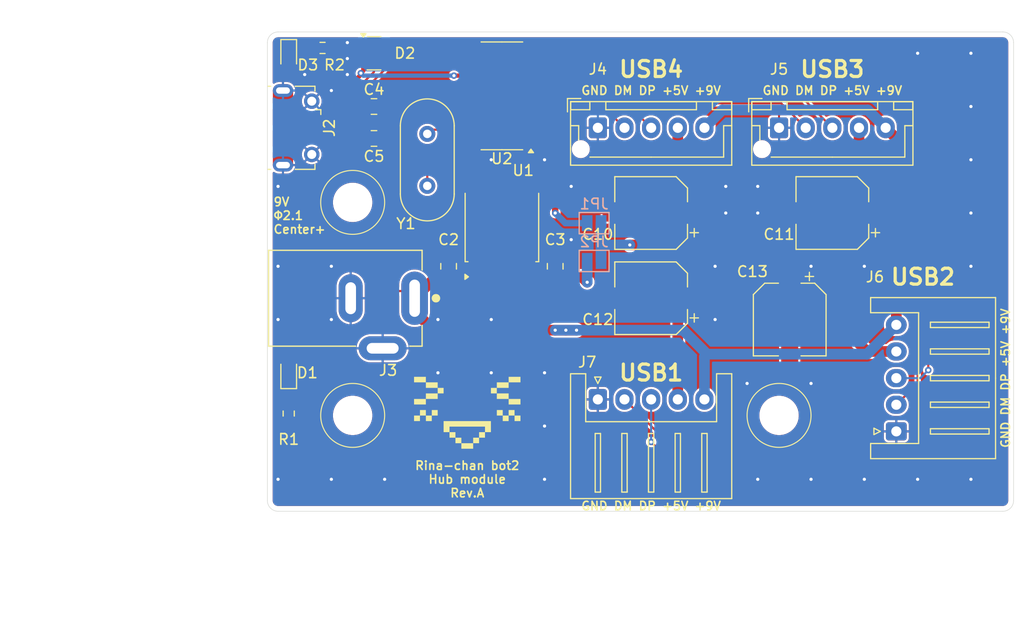
<source format=kicad_pcb>
(kicad_pcb (version 20240108) (generator "pcbnew") (generator_version "8.0")
  (layers (0 "F.Cu" signal) (31 "B.Cu" signal) (34 "B.Paste" user) (35 "F.Paste" user) (36 "B.SilkS" user "B.Silkscreen") (37 "F.SilkS" user "F.Silkscreen") (38 "B.Mask" user) (39 "F.Mask" user) (44 "Edge.Cuts" user))
  (net 0 "")
  (net 1 "GND")
  (net 2 "Net-(D1-K)")
  (net 3 "+9V")
  (net 4 "VBUS")
  (net 5 "/DM2")
  (net 6 "/DP1")
  (net 7 "/USB-")
  (net 8 "/DM4")
  (net 9 "/USB+")
  (net 10 "/DP3")
  (net 11 "/DM3")
  (net 12 "/DM1")
  (net 13 "/DP4")
  (net 14 "/DP2")
  (net 15 "Net-(U2-VDD33)")
  (net 16 "Net-(U2-XOUT)")
  (net 17 "Net-(U2-VDD18)")
  (net 18 "Net-(U2-XIN)")
  (net 20 "Net-(D3-K)")
  (net 21 "+5V")
  (net 22 "Net-(JP2-B)")
  (footprint "Package_SO:SOP-16_3.9x9.9mm_P1.27mm" (layer "F.Cu") (at 126 54 180)
    (property "Reference" "U2" (at 0 -5.9 0) (layer "F.SilkS"))
    (property "Value" "~")
    (pad "1" smd roundrect (at -2.5 -4.445 180) (size 2 0.6) (layers "F.Cu" "F.Paste" "F.Mask") (net 8 "/DM4"))
    (pad "2" smd roundrect (at -2.5 -3.175 180) (size 2 0.6) (layers "F.Cu" "F.Paste" "F.Mask") (net 13 "/DP4"))
    (pad "3" smd roundrect (at -2.5 -1.905 180) (size 2 0.6) (layers "F.Cu" "F.Paste" "F.Mask") (net 11 "/DM3"))
    (pad "4" smd roundrect (at -2.5 -0.635 180) (size 2 0.6) (layers "F.Cu" "F.Paste" "F.Mask") (net 10 "/DP3"))
    (pad "5" smd roundrect (at -2.5 0.635 180) (size 2 0.6) (layers "F.Cu" "F.Paste" "F.Mask") (net 5 "/DM2"))
    (pad "6" smd roundrect (at -2.5 1.905 180) (size 2 0.6) (layers "F.Cu" "F.Paste" "F.Mask") (net 14 "/DP2"))
    (pad "7" smd roundrect (at -2.5 3.175 180) (size 2 0.6) (layers "F.Cu" "F.Paste" "F.Mask") (net 12 "/DM1"))
    (pad "8" smd roundrect (at -2.5 4.445 180) (size 2 0.6) (layers "F.Cu" "F.Paste" "F.Mask") (net 6 "/DP1"))
    (pad "9" smd roundrect (at 2.5 4.445 180) (size 2 0.6) (layers "F.Cu" "F.Paste" "F.Mask") (net 7 "/USB-"))
    (pad "10" smd roundrect (at 2.5 3.175 180) (size 2 0.6) (layers "F.Cu" "F.Paste" "F.Mask") (net 9 "/USB+"))
    (pad "11" smd roundrect (at 2.5 1.905 180) (size 2 0.6) (layers "F.Cu" "F.Paste" "F.Mask") (net 4 "VBUS"))
    (pad "12" smd roundrect (at 2.5 0.635 180) (size 2 0.6) (layers "F.Cu" "F.Paste" "F.Mask") (net 1 "GND"))
    (pad "13" smd roundrect (at 2.5 -0.635 180) (size 2 0.6) (layers "F.Cu" "F.Paste" "F.Mask") (net 15 "Net-(U2-VDD33)"))
    (pad "14" smd roundrect (at 2.5 -1.905 180) (size 2 0.6) (layers "F.Cu" "F.Paste" "F.Mask") (net 17 "Net-(U2-VDD18)"))
    (pad "15" smd roundrect (at 2.5 -3.175 180) (size 2 0.6) (layers "F.Cu" "F.Paste" "F.Mask") (net 16 "Net-(U2-XOUT)"))
    (pad "16" smd roundrect (at 2.5 -4.445 180) (size 2 0.6) (layers "F.Cu" "F.Paste" "F.Mask") (net 18 "Net-(U2-XIN)"))
  )
  (footprint "LOGO" (layer "F.Cu") (at 122.75 83.75)
    (property "Reference" "G***" (hide yes))
    (property "Value" "LOGO" (hide yes))
  )
  (footprint "Capacitor_SMD:CP_Elec_6.3x5.4" (layer "F.Cu") (at 157 65 180)
    (property "Reference" "C11" (at 5 -2 0) (layer "F.SilkS"))
    (property "Value" "100uF 16V")
    (pad "1" smd roundrect (at -2.8 0 180) (size 3.5 1.6) (layers "F.Cu" "F.Paste" "F.Mask") (roundrect_rratio 0.15625) (net 21 "+5V"))
    (pad "2" smd roundrect (at 2.8 0 180) (size 3.5 1.6) (layers "F.Cu" "F.Paste" "F.Mask") (roundrect_rratio 0.15625) (net 1 "GND"))
  )
  (footprint "Capacitor_SMD:C_0805_2012Metric" (layer "F.Cu") (at 131 70 -90)
    (property "Reference" "C3" (at -2.5 0 0) (layer "F.SilkS"))
    (property "Value" "10uF")
    (pad "1" smd roundrect (at -0.95 0 270) (size 1 1.45) (layers "F.Cu" "F.Paste" "F.Mask") (net 1 "GND"))
    (pad "2" smd roundrect (at 0.95 0 270) (size 1 1.45) (layers "F.Cu" "F.Paste" "F.Mask") (net 22 "Net-(JP2-B)"))
  )
  (footprint "LED_SMD:LED_0603_1608Metric" (layer "F.Cu") (at 106 50.2 -90)
    (property "Reference" "D3" (at 0.9 -1.8 180) (layer "F.SilkS"))
    (property "Value" "LED")
    (pad "1" smd roundrect (at -0.7875 0 270) (size 0.875 0.95) (layers "F.Cu" "F.Paste" "F.Mask") (net 20 "Net-(D3-K)"))
    (pad "2" smd roundrect (at 0.7875 0 270) (size 0.875 0.95) (layers "F.Cu" "F.Paste" "F.Mask") (net 4 "VBUS"))
  )
  (footprint "Package_TO_SOT_SMD:SOT-143" (layer "F.Cu") (at 114 50)
    (property "Reference" "D2" (at 2.9 0 0) (layer "F.SilkS"))
    (property "Value" "SP0503BAHT")
    (pad "1" smd roundrect (at -1 -0.75) (size 0.7 1) (layers "F.Cu" "F.Paste" "F.Mask") (net 1 "GND"))
    (pad "2" smd roundrect (at -1 0.95) (size 0.7 0.6) (layers "F.Cu" "F.Paste" "F.Mask") (net 4 "VBUS"))
    (pad "3" smd roundrect (at 1 0.95) (size 0.7 0.6) (layers "F.Cu" "F.Paste" "F.Mask") (net 9 "/USB+"))
    (pad "4" smd roundrect (at 1 -0.95) (size 0.7 0.6) (layers "F.Cu" "F.Paste" "F.Mask") (net 7 "/USB-"))
  )
  (footprint "Crystal:Crystal_HC49-4H_Vertical" (layer "F.Cu") (at 119 62.45 90)
    (property "Reference" "Y1" (at -3.55 -2 180) (layer "F.SilkS"))
    (property "Value" "12MHz")
    (pad "1" thru_hole circle (at 0 0 90) (size 1.5 1.5) (drill 0.8) (layers "*.Cu" "*.Mask") (net 18 "Net-(U2-XIN)"))
    (pad "2" thru_hole circle (at 4.88 0 90) (size 1.5 1.5) (drill 0.8) (layers "*.Cu" "*.Mask") (net 16 "Net-(U2-XOUT)"))
  )
  (footprint "Connector_USB:USB_Micro-B_Molex-105017-0001" (layer "F.Cu") (at 106.7 57 -90)
    (property "Reference" "J2" (at 0 -3.1125 90) (layer "F.SilkS"))
    (property "Value" "USB_B_Micro")
    (pad "1" smd rect (at -1.3 -1.4625 270) (size 0.4 1.35) (layers "F.Cu" "F.Paste" "F.Mask") (net 4 "VBUS"))
    (pad "2" smd rect (at -0.65 -1.4625 270) (size 0.4 1.35) (layers "F.Cu" "F.Paste" "F.Mask") (net 7 "/USB-"))
    (pad "3" smd rect (at 0 -1.4625 270) (size 0.4 1.35) (layers "F.Cu" "F.Paste" "F.Mask") (net 9 "/USB+"))
    (pad "4" smd rect (at 0.65 -1.4625 270) (size 0.4 1.35) (layers "F.Cu" "F.Paste" "F.Mask"))
    (pad "5" smd rect (at 1.3 -1.4625 270) (size 0.4 1.35) (layers "F.Cu" "F.Paste" "F.Mask") (net 1 "GND"))
    (pad "6" thru_hole oval (at -3.5 1.2375 90) (size 1.2 1.9) (drill oval 0.6 1.3) (layers "*.Cu" "*.Mask") (net 1 "GND"))
    (pad "6" smd rect (at -2.9 1.2375 270) (size 1.2 1.9) (layers "F.Cu" "F.Mask") (net 1 "GND"))
    (pad "6" thru_hole circle (at -2.5 -1.4625 270) (size 1.45 1.45) (drill 0.85) (layers "*.Cu" "*.Mask") (net 1 "GND"))
    (pad "6" smd rect (at -1 1.2375 270) (size 1.5 1.9) (layers "F.Cu" "F.Paste" "F.Mask") (net 1 "GND"))
    (pad "6" smd rect (at 1 1.2375 270) (size 1.5 1.9) (layers "F.Cu" "F.Paste" "F.Mask") (net 1 "GND"))
    (pad "6" thru_hole circle (at 2.5 -1.4625 270) (size 1.45 1.45) (drill 0.85) (layers "*.Cu" "*.Mask") (net 1 "GND"))
    (pad "6" smd rect (at 2.9 1.2375 270) (size 1.2 1.9) (layers "F.Cu" "F.Mask") (net 1 "GND"))
    (pad "6" thru_hole oval (at 3.5 1.2375 270) (size 1.2 1.9) (drill oval 0.6 1.3) (layers "*.Cu" "*.Mask") (net 1 "GND"))
  )
  (footprint "Capacitor_SMD:C_0805_2012Metric" (layer "F.Cu") (at 114 58 180)
    (property "Reference" "C5" (at 0 -1.68 0) (layer "F.SilkS"))
    (property "Value" "10uF")
    (pad "1" smd roundrect (at -0.95 0 180) (size 1 1.45) (layers "F.Cu" "F.Paste" "F.Mask") (net 17 "Net-(U2-VDD18)"))
    (pad "2" smd roundrect (at 0.95 0 180) (size 1 1.45) (layers "F.Cu" "F.Paste" "F.Mask") (net 1 "GND"))
  )
  (footprint "Resistor_SMD:R_0603_1608Metric" (layer "F.Cu") (at 109.175 49.5)
    (property "Reference" "R2" (at 1.125 1.6 0) (layer "F.SilkS"))
    (property "Value" "1k")
    (pad "1" smd roundrect (at -0.825 0) (size 0.8 0.95) (layers "F.Cu" "F.Paste" "F.Mask") (net 20 "Net-(D3-K)"))
    (pad "2" smd roundrect (at 0.825 0) (size 0.8 0.95) (layers "F.Cu" "F.Paste" "F.Mask") (net 1 "GND"))
  )
  (footprint "Connector_JST:JST_XH_B5B-XH-AM_1x05_P2.50mm_Vertical" (layer "F.Cu") (at 135 57)
    (property "Reference" "J4" (at 0 -5.5 0) (layer "F.SilkS"))
    (property "Value" "B5B-XH-AM")
    (pad "" np_thru_hole circle (at -1.6 2) (size 1.2 1.2) (drill 1.2) (layers "*.Cu" "*.Mask"))
    (pad "1" thru_hole roundrect (at 0 0) (size 1.7 1.95) (drill 0.95) (layers "*.Cu" "*.Mask") (roundrect_rratio 0.147059) (net 1 "GND"))
    (pad "2" thru_hole oval (at 2.5 0) (size 1.7 1.95) (drill 0.95) (layers "*.Cu" "*.Mask") (net 8 "/DM4"))
    (pad "3" thru_hole oval (at 5 0) (size 1.7 1.95) (drill 0.95) (layers "*.Cu" "*.Mask") (net 13 "/DP4"))
    (pad "4" thru_hole oval (at 7.5 0) (size 1.7 1.95) (drill 0.95) (layers "*.Cu" "*.Mask") (net 21 "+5V"))
    (pad "5" thru_hole oval (at 10 0) (size 1.7 1.95) (drill 0.95) (layers "*.Cu" "*.Mask") (net 3 "+9V"))
  )
  (footprint "Capacitor_SMD:CP_Elec_6.3x5.4" (layer "F.Cu") (at 153 75 -90)
    (property "Reference" "C13" (at -4.5 3.5 180) (layer "F.SilkS"))
    (property "Value" "100uF 16V")
    (pad "1" smd roundrect (at -2.8 0 270) (size 3.5 1.6) (layers "F.Cu" "F.Paste" "F.Mask") (roundrect_rratio 0.15625) (net 21 "+5V"))
    (pad "2" smd roundrect (at 2.8 0 270) (size 3.5 1.6) (layers "F.Cu" "F.Paste" "F.Mask") (roundrect_rratio 0.15625) (net 1 "GND"))
  )
  (footprint "Capacitor_SMD:CP_Elec_6.3x5.4" (layer "F.Cu") (at 140 65 180)
    (property "Reference" "C10" (at 5 -2 0) (layer "F.SilkS"))
    (property "Value" "100uF 16V")
    (pad "1" smd roundrect (at -2.8 0 180) (size 3.5 1.6) (layers "F.Cu" "F.Paste" "F.Mask") (roundrect_rratio 0.15625) (net 21 "+5V"))
    (pad "2" smd roundrect (at 2.8 0 180) (size 3.5 1.6) (layers "F.Cu" "F.Paste" "F.Mask") (roundrect_rratio 0.15625) (net 1 "GND"))
  )
  (footprint "MountingHole:MountingHole_3.2mm_M3" (layer "F.Cu") (at 112 64)
    (property "Reference" "H1" (hide yes))
    (property "Value" "Φ3.2")
    (pad "" np_thru_hole circle (at 0 0) (size 3.2 3.2) (drill 3.2) (layers "*.Cu" "*.Mask"))
  )
  (footprint "Capacitor_SMD:C_0805_2012Metric" (layer "F.Cu") (at 114 55 180)
    (property "Reference" "C4" (at 0 1.6 0) (layer "F.SilkS"))
    (property "Value" "10uF")
    (pad "1" smd roundrect (at -0.95 0 180) (size 1 1.45) (layers "F.Cu" "F.Paste" "F.Mask") (net 15 "Net-(U2-VDD33)"))
    (pad "2" smd roundrect (at 0.95 0 180) (size 1 1.45) (layers "F.Cu" "F.Paste" "F.Mask") (net 1 "GND"))
  )
  (footprint "Connector_JST:JST_XH_B5B-XH-AM_1x05_P2.50mm_Vertical" (layer "F.Cu") (at 152 57)
    (property "Reference" "J5" (at 0 -5.5 0) (layer "F.SilkS"))
    (property "Value" "B5B-XH-AM")
    (pad "" np_thru_hole circle (at -1.6 2) (size 1.2 1.2) (drill 1.2) (layers "*.Cu" "*.Mask"))
    (pad "1" thru_hole roundrect (at 0 0) (size 1.7 1.95) (drill 0.95) (layers "*.Cu" "*.Mask") (roundrect_rratio 0.147059) (net 1 "GND"))
    (pad "2" thru_hole oval (at 2.5 0) (size 1.7 1.95) (drill 0.95) (layers "*.Cu" "*.Mask") (net 11 "/DM3"))
    (pad "3" thru_hole oval (at 5 0) (size 1.7 1.95) (drill 0.95) (layers "*.Cu" "*.Mask") (net 10 "/DP3"))
    (pad "4" thru_hole oval (at 7.5 0) (size 1.7 1.95) (drill 0.95) (layers "*.Cu" "*.Mask") (net 21 "+5V"))
    (pad "5" thru_hole oval (at 10 0) (size 1.7 1.95) (drill 0.95) (layers "*.Cu" "*.Mask") (net 3 "+9V"))
  )
  (footprint "Capacitor_SMD:CP_Elec_6.3x5.4" (layer "F.Cu") (at 140 73 180)
    (property "Reference" "C12" (at 5 -2 0) (layer "F.SilkS"))
    (property "Value" "100uF 16V")
    (pad "1" smd roundrect (at -2.8 0 180) (size 3.5 1.6) (layers "F.Cu" "F.Paste" "F.Mask") (roundrect_rratio 0.15625) (net 21 "+5V"))
    (pad "2" smd roundrect (at 2.8 0 180) (size 3.5 1.6) (layers "F.Cu" "F.Paste" "F.Mask") (roundrect_rratio 0.15625) (net 1 "GND"))
  )
  (footprint "Resistor_SMD:R_0603_1608Metric" (layer "F.Cu") (at 106 83.825 -90)
    (property "Reference" "R1" (at 2.425 0 180) (layer "F.SilkS"))
    (property "Value" "1k")
    (pad "1" smd roundrect (at -0.825 0 270) (size 0.8 0.95) (layers "F.Cu" "F.Paste" "F.Mask") (net 2 "Net-(D1-K)"))
    (pad "2" smd roundrect (at 0.825 0 270) (size 0.8 0.95) (layers "F.Cu" "F.Paste" "F.Mask") (net 1 "GND"))
  )
  (footprint "Library:PJ-002A" (layer "F.Cu") (at 117.8125 73 180)
    (property "Reference" "J3" (at 2.487052 -6.770615 0) (layer "F.SilkS") (effects (font (size 1.000827 1.000827))))
    (property "Value" "Barrel_Jack_Switch_Pin3Ring")
    (pad "1" thru_hole oval (at 0 0 180) (size 2.5 5) (drill oval 1 3.5) (layers "*.Cu" "*.Mask") (net 3 "+9V"))
    (pad "2" thru_hole oval (at 6 0 180) (size 2.25 4.5) (drill oval 1 3) (layers "*.Cu" "*.Mask") (net 1 "GND"))
    (pad "3" thru_hole oval (at 3 -4.7 180) (size 4.5 2.25) (drill oval 3 1) (layers "*.Cu" "*.Mask") (net 1 "GND"))
  )
  (footprint "LED_SMD:LED_0603_1608Metric" (layer "F.Cu") (at 106 80 90)
    (property "Reference" "D1" (at 0 1.75 180) (layer "F.SilkS"))
    (property "Value" "LED")
    (pad "1" smd roundrect (at -0.7875 0 90) (size 0.875 0.95) (layers "F.Cu" "F.Paste" "F.Mask") (net 2 "Net-(D1-K)"))
    (pad "2" smd roundrect (at 0.7875 0 90) (size 0.875 0.95) (layers "F.Cu" "F.Paste" "F.Mask") (net 3 "+9V"))
  )
  (footprint "MountingHole:MountingHole_3.2mm_M3" (layer "F.Cu") (at 112 84)
    (property "Reference" "H2" (hide yes))
    (property "Value" "Φ3.2")
    (pad "" np_thru_hole circle (at 0 0) (size 3.2 3.2) (drill 3.2) (layers "*.Cu" "*.Mask"))
  )
  (footprint "MountingHole:MountingHole_3.2mm_M3" (layer "F.Cu") (at 152 84)
    (property "Reference" "H3" (hide yes))
    (property "Value" "Φ3.2")
    (pad "" np_thru_hole circle (at 0 0) (size 3.2 3.2) (drill 3.2) (layers "*.Cu" "*.Mask"))
  )
  (footprint "Package_TO_SOT_SMD:TO-252-2" (layer "F.Cu") (at 126 66.26 90)
    (property "Reference" "U1" (at 5.26 2 180) (layer "F.SilkS"))
    (property "Value" "L7805")
    (pad "1" smd roundrect (at -5.04 -2.28 90) (size 2.2 1.2) (layers "F.Cu" "F.Paste" "F.Mask") (roundrect_rratio 0.208333) (net 3 "+9V"))
    (pad "2" smd roundrect (at -0.415 -1.525 90) (size 3.05 2.75) (layers "F.Cu" "F.Paste") (roundrect_rratio 0.090909) (net 1 "GND"))
    (pad "2" smd roundrect (at -0.415 1.525 90) (size 3.05 2.75) (layers "F.Cu" "F.Paste") (roundrect_rratio 0.090909) (net 1 "GND"))
    (pad "2" smd roundrect (at 1.26 0 90) (size 6.4 5.8) (layers "F.Cu" "F.Mask") (roundrect_rratio 0.043103) (net 1 "GND"))
    (pad "2" smd roundrect (at 2.935 -1.525 90) (size 3.05 2.75) (layers "F.Cu" "F.Paste") (roundrect_rratio 0.090909) (net 1 "GND"))
    (pad "2" smd roundrect (at 2.935 1.525 90) (size 3.05 2.75) (layers "F.Cu" "F.Paste") (roundrect_rratio 0.090909) (net 1 "GND"))
    (pad "3" smd roundrect (at -5.04 2.28 90) (size 2.2 1.2) (layers "F.Cu" "F.Paste" "F.Mask") (roundrect_rratio 0.208333) (net 22 "Net-(JP2-B)"))
  )
  (footprint "Connector_JST:JST_XH_S5B-XH-A_1x05_P2.50mm_Horizontal" (layer "F.Cu") (at 135 82.5)
    (property "Reference" "J7" (at -1 -3.5 0) (layer "F.SilkS"))
    (property "Value" "S5B-XH-A")
    (pad "1" thru_hole roundrect (at 0 0) (size 1.7 1.95) (drill 0.95) (layers "*.Cu" "*.Mask") (roundrect_rratio 0.147059) (net 1 "GND"))
    (pad "2" thru_hole oval (at 2.5 0) (size 1.7 1.95) (drill 0.95) (layers "*.Cu" "*.Mask") (net 12 "/DM1"))
    (pad "3" thru_hole oval (at 5 0) (size 1.7 1.95) (drill 0.95) (layers "*.Cu" "*.Mask") (net 6 "/DP1"))
    (pad "4" thru_hole oval (at 7.5 0) (size 1.7 1.95) (drill 0.95) (layers "*.Cu" "*.Mask") (net 21 "+5V"))
    (pad "5" thru_hole oval (at 10 0) (size 1.7 1.95) (drill 0.95) (layers "*.Cu" "*.Mask") (net 3 "+9V"))
  )
  (footprint "Capacitor_SMD:C_0805_2012Metric" (layer "F.Cu") (at 121 70 -90)
    (property "Reference" "C2" (at -2.5 0 180) (layer "F.SilkS"))
    (property "Value" "10uF")
    (pad "1" smd roundrect (at -0.95 0 270) (size 1 1.45) (layers "F.Cu" "F.Paste" "F.Mask") (net 1 "GND"))
    (pad "2" smd roundrect (at 0.95 0 270) (size 1 1.45) (layers "F.Cu" "F.Paste" "F.Mask") (net 3 "+9V"))
  )
  (footprint "Connector_JST:JST_XH_S5B-XH-A_1x05_P2.50mm_Horizontal" (layer "F.Cu") (at 163 85.5 90)
    (property "Reference" "J6" (at 14.5 -2 180) (layer "F.SilkS"))
    (property "Value" "S5B-XH-A")
    (pad "1" thru_hole roundrect (at 0 0 90) (size 1.7 1.95) (drill 0.95) (layers "*.Cu" "*.Mask") (roundrect_rratio 0.147059) (net 1 "GND"))
    (pad "2" thru_hole oval (at 2.5 0 90) (size 1.7 1.95) (drill 0.95) (layers "*.Cu" "*.Mask") (net 5 "/DM2"))
    (pad "3" thru_hole oval (at 5 0 90) (size 1.7 1.95) (drill 0.95) (layers "*.Cu" "*.Mask") (net 14 "/DP2"))
    (pad "4" thru_hole oval (at 7.5 0 90) (size 1.7 1.95) (drill 0.95) (layers "*.Cu" "*.Mask") (net 21 "+5V"))
    (pad "5" thru_hole oval (at 10 0 90) (size 1.7 1.95) (drill 0.95) (layers "*.Cu" "*.Mask") (net 3 "+9V"))
  )
  (footprint "Jumper:SolderJumper-2_P1.3mm_Open_Pad1.0x1.5mm" (layer "B.Cu") (at 134.65 65.95 180)
    (property "Reference" "JP1" (at 0 1.8 0) (layer "B.SilkS") (effects (justify mirror)))
    (property "Value" "SolderJumper_2_Open")
    (pad "1" smd rect (at -0.65 0 180) (size 1 1.5) (layers "B.Cu" "B.Mask") (net 21 "+5V"))
    (pad "2" smd rect (at 0.65 0 180) (size 1 1.5) (layers "B.Cu" "B.Mask") (net 4 "VBUS"))
  )
  (footprint "Jumper:SolderJumper-2_P1.3mm_Open_Pad1.0x1.5mm" (layer "B.Cu") (at 134.65 69.5 180)
    (property "Reference" "JP2" (at 0 1.8 0) (layer "B.SilkS") (effects (justify mirror)))
    (property "Value" "SolderJumper_2_Open")
    (pad "1" smd rect (at -0.65 0 180) (size 1 1.5) (layers "B.Cu" "B.Mask") (net 21 "+5V"))
    (pad "2" smd rect (at 0.65 0 180) (size 1 1.5) (layers "B.Cu" "B.Mask") (net 22 "Net-(JP2-B)"))
  )
  (gr_circle (center 152 84) (end 152 81) (stroke (width 0.1)) (fill none) (layer "F.SilkS"))
  (gr_circle (center 112 64) (end 112 61) (stroke (width 0.1)) (fill none) (layer "F.SilkS"))
  (gr_circle (center 112 84) (end 112 81) (stroke (width 0.1)) (fill none) (layer "F.SilkS"))
  (gr_arc (start 104 49) (mid 104.292893 48.292893) (end 105 48) (stroke (width 0.05)) (layer "Edge.Cuts"))
  (gr_arc (start 105 93) (mid 104.292893 92.707107) (end 104 92) (stroke (width 0.05)) (layer "Edge.Cuts"))
  (gr_line (start 104 92) (end 104 49) (stroke (width 0.05)) (layer "Edge.Cuts"))
  (gr_line (start 105 48) (end 173 48) (stroke (width 0.05)) (layer "Edge.Cuts"))
  (gr_line (start 174 49) (end 174 92) (stroke (width 0.05)) (layer "Edge.Cuts"))
  (gr_arc (start 174 92) (mid 173.707107 92.707107) (end 173 93) (stroke (width 0.05)) (layer "Edge.Cuts"))
  (gr_line (start 173 93) (end 105 93) (stroke (width 0.05)) (layer "Edge.Cuts"))
  (gr_arc (start 173 48) (mid 173.707107 48.292893) (end 174 49) (stroke (width 0.05)) (layer "Edge.Cuts"))
  (gr_text "USB1" (at 140 80 0) (layer "F.SilkS") (effects (font (size 1.5 1.5) (thickness 0.3) (bold yes))))
  (gr_text "9V\nΦ2.1\nCenter+" (at 104.5 67 0) (layer "F.SilkS") (effects (font (size 0.8 0.8) (thickness 0.15) (bold yes)) (justify left bottom)))
  (gr_text "GND DM DP +5V +9V" (at 140 92.5 0) (layer "F.SilkS") (effects (font (size 0.8 0.8) (thickness 0.15) (bold yes))))
  (gr_text "GND DM DP +5V +9V" (at 173.25 80.5 90) (layer "F.SilkS") (effects (font (size 0.8 0.8) (thickness 0.15) (bold yes))))
  (gr_text "GND DM DP +5V +9V" (at 157 53.5 0) (layer "F.SilkS") (effects (font (size 0.8 0.8) (thickness 0.15) (bold yes))))
  (gr_text "USB3" (at 157 51.5 0) (layer "F.SilkS") (effects (font (size 1.5 1.5) (thickness 0.3) (bold yes))))
  (gr_text "USB2" (at 165.5 71 0) (layer "F.SilkS") (effects (font (size 1.5 1.5) (thickness 0.3) (bold yes))))
  (gr_text "GND DM DP +5V +9V" (at 140 53.5 0) (layer "F.SilkS") (effects (font (size 0.8 0.8) (thickness 0.15) (bold yes))))
  (gr_text "USB4" (at 140 51.5 0) (layer "F.SilkS") (effects (font (size 1.5 1.5) (thickness 0.3) (bold yes))))
  (gr_text "Rina-chan bot2\nHub module\nRev.A" (at 122.75 90 0) (layer "F.SilkS") (effects (font (size 0.8 0.8) (thickness 0.15) (bold yes))))
  (segment (start 105.4625 58) (end 106.5 58) (width 0.8) (layer "F.Cu") (net 1))
  (segment (start 105.4625 56) (end 106.5 56) (width 0.8) (layer "F.Cu") (net 1))
  (via (at 165 90) (size 0.6) (drill 0.3) (layers "F.Cu" "B.Cu") (net 1))
  (via (at 110 75) (size 0.6) (drill 0.3) (layers "F.Cu" "B.Cu") (net 1))
  (via (at 150 65) (size 0.6) (drill 0.3) (layers "F.Cu" "B.Cu") (net 1))
  (via (at 147 65) (size 0.6) (drill 0.3) (layers "F.Cu" "B.Cu") (net 1))
  (via (at 105 62.5) (size 0.6) (drill 0.3) (layers "F.Cu" "B.Cu") (net 1))
  (via (at 110 70) (size 0.6) (drill 0.3) (layers "F.Cu" "B.Cu") (net 1))
  (via (at 132.5 62.5) (size 0.6) (drill 0.3) (layers "F.Cu" "B.Cu") (net 1))
  (via (at 165 50) (size 0.6) (drill 0.3) (layers "F.Cu" "B.Cu") (net 1))
  (via (at 155 70) (size 0.6) (drill 0.3) (layers "F.Cu" "B.Cu") (net 1))
  (via (at 110 90) (size 0.6) (drill 0.3) (layers "F.Cu" "B.Cu") (net 1))
  (via (at 170 60) (size 0.6) (drill 0.3) (layers "F.Cu" "B.Cu") (net 1))
  (via (at 150 62.5) (size 0.6) (drill 0.3) (layers "F.Cu" "B.Cu") (net 1))
  (via (at 132.5 67.5) (size 0.6) (drill 0.3) (layers "F.Cu" "B.Cu") (net 1))
  (via (at 160 70) (size 0.6) (drill 0.3) (layers "F.Cu" "B.Cu") (net 1))
  (via (at 125 80) (size 0.6) (drill 0.3) (layers "F.Cu" "B.Cu") (net 1))
  (via (at 105 75) (size 0.6) (drill 0.3) (layers "F.Cu" "B.Cu") (net 1))
  (via (at 120 80) (size 0.6) (drill 0.3) (layers "F.Cu" "B.Cu") (net 1))
  (via (at 111.5 52) (size 0.6) (drill 0.3) (layers "F.Cu" "B.Cu") (net 1))
  (via (at 170 65) (size 0.6) (drill 0.3) (layers "F.Cu" "B.Cu") (net 1))
  (via (at 155 90) (size 0.6) (drill 0.3) (layers "F.Cu" "B.Cu") (net 1))
  (via (at 110 53.5) (size 0.6) (drill 0.3) (layers "F.Cu" "B.Cu") (net 1))
  (via (at 111.5 49) (size 0.6) (drill 0.3) (layers "F.Cu" "B.Cu") (net 1))
  (via (at 125 60) (size 0.6) (drill 0.3) (layers "F.Cu" "B.Cu") (net 1))
  (via (at 105 90) (size 0.6) (drill 0.3) (layers "F.Cu" "B.Cu") (net 1))
  (via (at 149 81) (size 0.6) (drill 0.3) (layers "F.Cu" "B.Cu") (net 1))
  (via (at 105 70) (size 0.6) (drill 0.3) (layers "F.Cu" "B.Cu") (net 1))
  (via (at 130 85) (size 0.6) (drill 0.3) (layers "F.Cu" "B.Cu") (net 1))
  (via (at 170 55) (size 0.6) (drill 0.3) (layers "F.Cu" "B.Cu") (net 1))
  (via (at 115 90) (size 0.6) (drill 0.3) (layers "F.Cu" "B.Cu") (net 1))
  (via (at 150 90) (size 0.6) (drill 0.3) (layers "F.Cu" "B.Cu") (net 1))
  (via (at 146 75) (size 0.6) (drill 0.3) (layers "F.Cu" "B.Cu") (net 1))
  (via (at 120 75) (size 0.6) (drill 0.3) (layers "F.Cu" "B.Cu") (net 1))
  (via (at 170 50) (size 0.6) (drill 0.3) (layers "F.Cu" "B.Cu") (net 1))
  (via (at 170 70) (size 0.6) (drill 0.3) (layers "F.Cu" "B.Cu") (net 1))
  (via (at 111.5 50.5) (size 0.6) (drill 0.3) (layers "F.Cu" "B.Cu") (net 1))
  (via (at 130 80) (size 0.6) (drill 0.3) (layers "F.Cu" "B.Cu") (net 1))
  (via (at 160 90) (size 0.6) (drill 0.3) (layers "F.Cu" "B.Cu") (net 1))
  (via (at 130 90) (size 0.6) (drill 0.3) (layers "F.Cu" "B.Cu") (net 1))
  (via (at 107.5 52) (size 0.6) (drill 0.3) (layers "F.Cu" "B.Cu") (net 1))
  (via (at 130 60) (size 0.6) (drill 0.3) (layers "F.Cu" "B.Cu") (net 1))
  (via (at 146 70) (size 0.6) (drill 0.3) (layers "F.Cu" "B.Cu") (net 1))
  (via (at 155 81) (size 0.6) (drill 0.3) (layers "F.Cu" "B.Cu") (net 1))
  (via (at 125 75) (size 0.6) (drill 0.3) (layers "F.Cu" "B.Cu") (net 1))
  (via (at 147 62.5) (size 0.6) (drill 0.3) (layers "F.Cu" "B.Cu") (net 1))
  (via (at 170 90) (size 0.6) (drill 0.3) (layers "F.Cu" "B.Cu") (net 1))
  (segment (start 106 80.7875) (end 106 83) (width 0.2) (layer "F.Cu") (net 2))
  (segment (start 131 76) (end 119.585786 76) (width 1) (layer "F.Cu") (net 3))
  (segment (start 106 79.2125) (end 109.2875 79.2125) (width 0.2) (layer "F.Cu") (net 3))
  (segment (start 163 58) (end 162 57) (width 1) (layer "F.Cu") (net 3))
  (segment (start 123.37 70.95) (end 123.72 71.3) (width 1) (layer "F.Cu") (net 3))
  (segment (start 119.8625 70.95) (end 123.37 70.95) (width 1) (layer "F.Cu") (net 3))
  (segment (start 117.8125 74.226714) (end 117.8125 73) (width 1) (layer "F.Cu") (net 3))
  (segment (start 132 76) (end 131 76) (width 1) (layer "F.Cu") (net 3))
  (segment (start 116.175 72.325) (end 117.8125 72.325) (width 0.2) (layer "F.Cu") (net 3))
  (segment (start 163 75.5) (end 163 58) (width 1) (layer "F.Cu") (net 3))
  (segment (start 133 76) (end 132 76) (width 1) (layer "F.Cu") (net 3))
  (segment (start 119.585786 76) (end 117.8125 74.226714) (width 1) (layer "F.Cu") (net 3))
  (segment (start 109.2875 79.2125) (end 116.175 72.325) (width 0.2) (layer "F.Cu") (net 3))
  (segment (start 117.8125 73) (end 119.8625 70.95) (width 1) (layer "F.Cu") (net 3))
  (via (at 131 76) (size 0.6) (drill 0.3) (layers "F.Cu" "B.Cu") (net 3))
  (via (at 133 76) (size 0.6) (drill 0.3) (layers "F.Cu" "B.Cu") (net 3))
  (via (at 132 76) (size 0.6) (drill 0.3) (layers "F.Cu" "B.Cu") (net 3))
  (segment (start 143 76) (end 145 78) (width 1) (layer "B.Cu") (net 3))
  (segment (start 160.325 55.325) (end 146.675 55.325) (width 1) (layer "B.Cu") (net 3))
  (segment (start 145.25 78.25) (end 145 78.5) (width 1) (layer "B.Cu") (net 3))
  (segment (start 133 76) (end 143 76) (width 1) (layer "B.Cu") (net 3))
  (segment (start 133 76) (end 131 76) (width 1) (layer "B.Cu") (net 3))
  (segment (start 145 78.5) (end 145 82.5) (width 1) (layer "B.Cu") (net 3))
  (segment (start 146.675 55.325) (end 145 57) (width 1) (layer "B.Cu") (net 3))
  (segment (start 162 57) (end 160.325 55.325) (width 1) (layer "B.Cu") (net 3))
  (segment (start 145.25 78.25) (end 160.25 78.25) (width 1) (layer "B.Cu") (net 3))
  (segment (start 160.25 78.25) (end 163 75.5) (width 1) (layer "B.Cu") (net 3))
  (segment (start 111.290197 53.490197) (end 108.7875 50.9875) (width 0.4) (layer "F.Cu") (net 4))
  (segment (start 131 63.33241) (end 131 65) (width 0.6) (layer "F.Cu") (net 4))
  (segment (start 124.153394 52.095) (end 126 53.941606) (width 0.6) (layer "F.Cu") (net 4))
  (segment (start 113 51.63897) (end 113 50.95) (width 0.4) (layer "F.Cu") (net 4))
  (segment (start 109.080394 55.7) (end 109.590197 55.190197) (width 0.4) (layer "F.Cu") (net 4))
  (segment (start 112.769485 51.869485) (end 113 51.63897) (width 0.4) (layer "F.Cu") (net 4))
  (segment (start 108.7875 50.9875) (end 106 50.9875) (width 0.4) (layer "F.Cu") (net 4))
  (segment (start 126 58.33241) (end 131 63.33241) (width 0.6) (layer "F.Cu") (net 4))
  (segment (start 121.5 52.1) (end 123.495 52.1) (width 0.4) (layer "F.Cu") (net 4))
  (segment (start 108.1625 55.7) (end 109.080394 55.7) (width 0.4) (layer "F.Cu") (net 4))
  (segment (start 123.495 52.1) (end 123.5 52.095) (width 0.4) (layer "F.Cu") (net 4))
  (segment (start 109.590197 55.190197) (end 111.290197 53.490197) (width 0.4) (layer "F.Cu") (net 4))
  (segment (start 112.769485 52.010909) (end 109.590197 55.190197) (width 0.4) (layer "F.Cu") (net 4))
  (segment (start 126 53.941606) (end 126 58.33241) (width 0.6) (layer "F.Cu") (net 4))
  (segment (start 112.769485 51.869485) (end 112.769485 52.010909) (width 0.4) (layer "F.Cu") (net 4))
  (segment (start 123.5 52.095) (end 124.153394 52.095) (width 0.6) (layer "F.Cu") (net 4))
  (via (at 121.5 52.1) (size 0.6) (drill 0.3) (layers "F.Cu" "B.Cu") (net 4))
  (via (at 112.769485 51.869485) (size 0.6) (drill 0.3) (layers "F.Cu" "B.Cu") (net 4))
  (via (at 131 65) (size 0.6) (drill 0.3) (layers "F.Cu" "B.Cu") (net 4))
  (segment (start 131.95 65.95) (end 134 65.95) (width 0.6) (layer "B.Cu") (net 4))
  (segment (start 113 52.1) (end 121.5 52.1) (width 0.4) (layer "B.Cu") (net 4))
  (segment (start 112.769485 51.869485) (end 113 52.1) (width 0.4) (layer "B.Cu") (net 4))
  (segment (start 131 65) (end 131.95 65.95) (width 0.6) (layer "B.Cu") (net 4))
  (segment (start 128.5 53.365) (end 160.615 53.365) (width 0.2) (layer "F.Cu") (net 5))
  (segment (start 160.615 53.365) (end 165 57.75) (width 0.2) (layer "F.Cu") (net 5))
  (segment (start 165 57.75) (end 165 81) (width 0.2) (layer "F.Cu") (net 5))
  (segment (start 165 81) (end 163 83) (width 0.2) (layer "F.Cu") (net 5))
  (segment (start 168 56.25) (end 161.305 49.555) (width 0.2) (layer "F.Cu") (net 6))
  (segment (start 164.5 89) (end 168 85.5) (width 0.2) (layer "F.Cu") (net 6))
  (segment (start 161.305 49.555) (end 128.5 49.555) (width 0.2) (layer "F.Cu") (net 6))
  (segment (start 140 86.5) (end 142.5 89) (width 0.2) (layer "F.Cu") (net 6))
  (segment (start 168 85.5) (end 168 56.25) (width 0.2) (layer "F.Cu") (net 6))
  (segment (start 142.5 89) (end 164.5 89) (width 0.2) (layer "F.Cu") (net 6))
  (via (at 140 86.5) (size 0.6) (drill 0.3) (layers "F.Cu" "B.Cu") (net 6))
  (segment (start 140 86.5) (end 140 82.5) (width 0.2) (layer "B.Cu") (net 6))
  (segment (start 114 49.4) (end 114.35 49.05) (width 0.2) (layer "F.Cu") (net 7))
  (segment (start 115.95 49.05) (end 116.455 49.555) (width 0.2) (layer "F.Cu") (net 7))
  (segment (start 114.35 49.05) (end 115 49.05) (width 0.2) (layer "F.Cu") (net 7))
  (segment (start 115 49.05) (end 115.95 49.05) (width 0.2) (layer "F.Cu") (net 7))
  (segment (start 114 51.75) (end 114 49.4) (width 0.2) (layer "F.Cu") (net 7))
  (segment (start 116.455 49.555) (end 123.5 49.555) (width 0.2) (layer "F.Cu") (net 7))
  (segment (start 108.1625 56.35) (end 109.4 56.35) (width 0.2) (layer "F.Cu") (net 7))
  (segment (start 109.4 56.35) (end 114 51.75) (width 0.2) (layer "F.Cu") (net 7))
  (segment (start 134 55.5) (end 136 55.5) (width 0.2) (layer "F.Cu") (net 8))
  (segment (start 131.055 58.445) (end 134 55.5) (width 0.2) (layer "F.Cu") (net 8))
  (segment (start 128.5 58.445) (end 131.055 58.445) (width 0.2) (layer "F.Cu") (net 8))
  (segment (start 136 55.5) (end 137.5 57) (width 0.2) (layer "F.Cu") (net 8))
  (segment (start 109.540256 57) (end 115 51.540256) (width 0.2) (layer "F.Cu") (net 9))
  (segment (start 115 50.95) (end 123.375 50.95) (width 0.2) (layer "F.Cu") (net 9))
  (segment (start 115 51.540256) (end 115 50.95) (width 0.2) (layer "F.Cu") (net 9))
  (segment (start 108.1625 57) (end 109.540256 57) (width 0.2) (layer "F.Cu") (net 9))
  (segment (start 123.375 50.95) (end 123.5 50.825) (width 0.2) (layer "F.Cu") (net 9))
  (segment (start 129.834999 54.3) (end 154.3 54.3) (width 0.2) (layer "F.Cu") (net 10))
  (segment (start 128.5 54.635) (end 129.499999 54.635) (width 0.2) (layer "F.Cu") (net 10))
  (segment (start 154.3 54.3) (end 157 57) (width 0.2) (layer "F.Cu") (net 10))
  (segment (start 129.499999 54.635) (end 129.834999 54.3) (width 0.2) (layer "F.Cu") (net 10))
  (segment (start 152.2 54.7) (end 154.5 57) (width 0.2) (layer "F.Cu") (net 11))
  (segment (start 128.5 55.905) (end 132.463628 55.905) (width 0.2) (layer "F.Cu") (net 11))
  (segment (start 133.668628 54.7) (end 152.2 54.7) (width 0.2) (layer "F.Cu") (net 11))
  (segment (start 132.463628 55.905) (end 133.668628 54.7) (width 0.2) (layer "F.Cu") (net 11))
  (segment (start 161.075 50.825) (end 167 56.75) (width 0.2) (layer "F.Cu") (net 12))
  (segment (start 164 88) (end 143 88) (width 0.2) (layer "F.Cu") (net 12))
  (segment (start 128.5 50.825) (end 161.075 50.825) (width 0.2) (layer "F.Cu") (net 12))
  (segment (start 167 56.75) (end 167 85) (width 0.2) (layer "F.Cu") (net 12))
  (segment (start 167 85) (end 164 88) (width 0.2) (layer "F.Cu") (net 12))
  (segment (start 143 88) (end 137.5 82.5) (width 0.2) (layer "F.Cu") (net 12))
  (segment (start 128.5 57.175) (end 131.759314 57.175) (width 0.2) (layer "F.Cu") (net 13))
  (segment (start 138.1 55.1) (end 140 57) (width 0.2) (layer "F.Cu") (net 13))
  (segment (start 133.834314 55.1) (end 138.1 55.1) (width 0.2) (layer "F.Cu") (net 13))
  (segment (start 131.759314 57.175) (end 133.834314 55.1) (width 0.2) (layer "F.Cu") (net 13))
  (segment (start 166 79.75) (end 166 57.25) (width 0.2) (layer "F.Cu") (net 14))
  (segment (start 160.845 52.095) (end 128.5 52.095) (width 0.2) (layer "F.Cu") (net 14))
  (segment (start 166 57.25) (end 160.845 52.095) (width 0.2) (layer "F.Cu") (net 14))
  (via (at 166 79.75) (size 0.6) (drill 0.3) (layers "F.Cu" "B.Cu") (net 14))
  (segment (start 165.25 80.5) (end 163 80.5) (width 0.2) (layer "B.Cu") (net 14))
  (segment (start 166 79.75) (end 165.25 80.5) (width 0.2) (layer "B.Cu") (net 14))
  (segment (start 117.865 54.635) (end 117.5 55) (width 0.2) (layer "F.Cu") (net 15))
  (segment (start 123.5 54.635) (end 117.865 54.635) (width 0.2) (layer "F.Cu") (net 15))
  (segment (start 117.5 55) (end 114.95 55) (width 0.2) (layer "F.Cu") (net 15))
  (segment (start 119.395 57.175) (end 119 57.57) (width 0.2) (layer "F.Cu") (net 16))
  (segment (start 123.5 57.175) (end 119.395 57.175) (width 0.2) (layer "F.Cu") (net 16))
  (segment (start 118.495 55.905) (end 123.5 55.905) (width 0.2) (layer "F.Cu") (net 17))
  (segment (start 116.4 58) (end 118.495 55.905) (width 0.2) (layer "F.Cu") (net 17))
  (segment (start 114.95 58) (end 116.4 58) (width 0.2) (layer "F.Cu") (net 17))
  (segment (start 121.155 58.445) (end 119 60.6) (width 0.2) (layer "F.Cu") (net 18))
  (segment (start 119 60.6) (end 119 62.45) (width 0.2) (layer "F.Cu") (net 18))
  (segment (start 123.5 58.445) (end 121.155 58.445) (width 0.2) (layer "F.Cu") (net 18))
  (segment (start 108.2625 49.4125) (end 108.35 49.5) (width 0.2) (layer "F.Cu") (net 20))
  (segment (start 106 49.4125) (end 108.2625 49.4125) (width 0.2) (layer "F.Cu") (net 20))
  (segment (start 153 68) (end 156.8 68) (width 1) (layer "F.Cu") (net 21))
  (segment (start 156.8 68) (end 159.8 65) (width 1) (layer "F.Cu") (net 21))
  (segment (start 142.5 57) (end 142.5 64.7) (width 1) (layer "F.Cu") (net 21))
  (segment (start 159.5 57) (end 159.5 64.7) (width 1) (layer "F.Cu") (net 21))
  (segment (start 142.5 64.7) (end 142.8 65) (width 1) (layer "F.Cu") (net 21))
  (segment (start 142.8 73) (end 142.8 68.2) (width 1) (layer "F.Cu") (net 21))
  (segment (start 142.5 73.3) (end 142.8 73) (width 1) (layer "F.Cu") (net 21))
  (segment (start 158.25 74.5) (end 155.95 72.2) (width 1) (layer "F.Cu") (net 21))
  (segment (start 158.25 76) (end 158.25 74.5) (width 1) (layer "F.Cu") (net 21))
  (segment (start 160.25 78) (end 158.25 76) (width 1) (layer "F.Cu") (net 21))
  (segment (start 155.95 72.2) (end 153 72.2) (width 1) (layer "F.Cu") (net 21))
  (segment (start 142.8 67.8) (end 143 68) (width 1) (layer "F.Cu") (net 21))
  (segment (start 143 68) (end 153 68) (width 1) (layer "F.Cu") (net 21))
  (segment (start 159.5 64.7) (end 159.8 65) (width 1) (layer "F.Cu") (net 21))
  (segment (start 142.8 65) (end 142.8 67.8) (width 1) (layer "F.Cu") (net 21))
  (segment (start 163 78) (end 160.25 78) (width 1) (layer "F.Cu") (net 21))
  (segment (start 138 68) (end 143 68) (width 1) (layer "F.Cu") (net 21))
  (segment (start 153 72.2) (end 153 68) (width 1) (layer "F.Cu") (net 21))
  (segment (start 142.8 68.2) (end 143 68) (width 1) (layer "F.Cu") (net 21))
  (segment (start 142.5 82.5) (end 142.5 73.3) (width 1) (layer "F.Cu") (net 21))
  (via (at 138 68) (size 0.6) (drill 0.3) (layers "F.Cu" "B.Cu") (net 21))
  (segment (start 135.3 68) (end 137 68) (width 1) (layer "B.Cu") (net 21))
  (segment (start 138 68) (end 137 68) (width 1) (layer "B.Cu") (net 21))
  (segment (start 135.3 65.95) (end 135.3 68) (width 1) (layer "B.Cu") (net 21))
  (segment (start 135.3 68) (end 135.3 69.5) (width 1) (layer "B.Cu") (net 21))
  (segment (start 131 70.95) (end 133.45 70.95) (width 1) (layer "F.Cu") (net 22))
  (segment (start 133.45 70.95) (end 134 71.5) (width 1) (layer "F.Cu") (net 22))
  (segment (start 128.63 70.95) (end 128.28 71.3) (width 1) (layer "F.Cu") (net 22))
  (segment (start 131 70.95) (end 128.63 70.95) (width 1) (layer "F.Cu") (net 22))
  (via (at 134 71.5) (size 0.6) (drill 0.3) (layers "F.Cu" "B.Cu") (net 22))
  (segment (start 134 69.5) (end 134 71.5) (width 1) (layer "B.Cu") (net 22))
  (zone (net 1) (net_name "GND") (layers "F&B.Cu") (connect_pads (clearance 0.2)) (min_thickness 0.2) (fill yes (thermal_gap 0.2) (thermal_bridge_width 0.2))
    (polygon (pts (xy 100 45) (xy 175 45) (xy 175 95) (xy 100 95)))
  )
)
</source>
